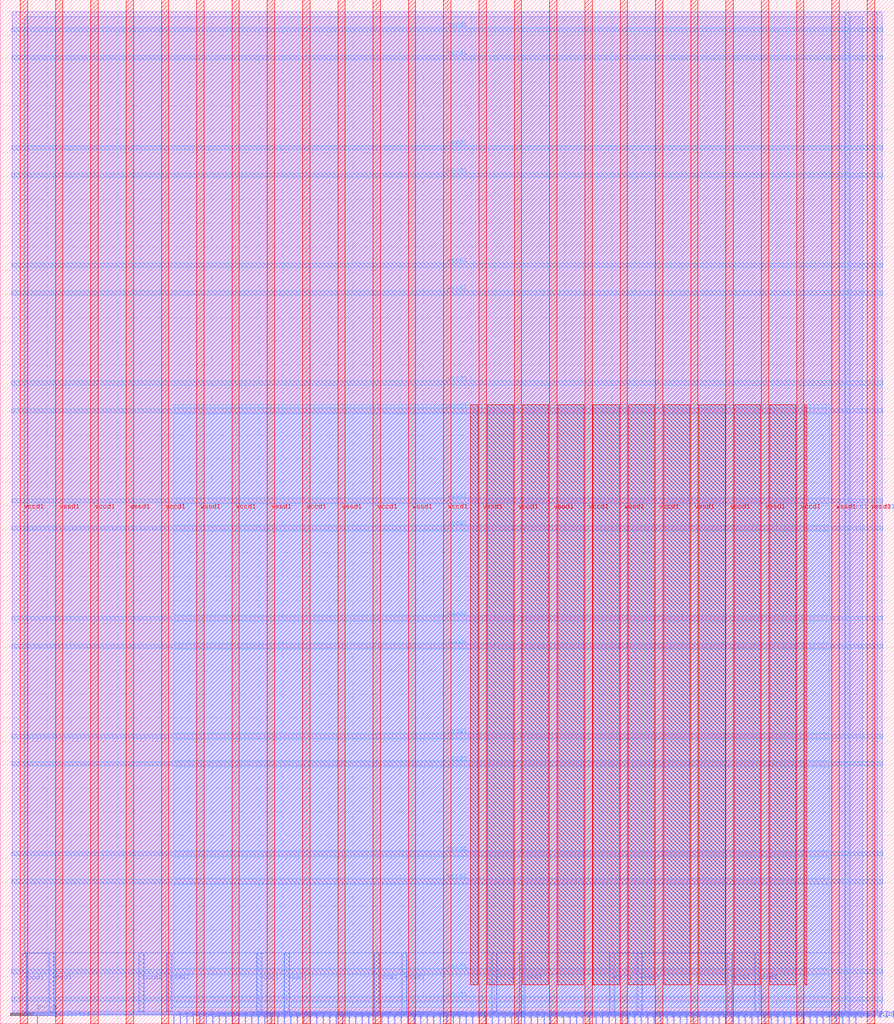
<source format=lef>
VERSION 5.7 ;
  NOWIREEXTENSIONATPIN ON ;
  DIVIDERCHAR "/" ;
  BUSBITCHARS "[]" ;
MACRO wishbone_sram
  CLASS BLOCK ;
  FOREIGN wishbone_sram ;
  ORIGIN 0.000 0.000 ;
  SIZE 380.000 BY 435.000 ;
  PIN sram_selected
    DIRECTION OUTPUT TRISTATE ;
    USE SIGNAL ;
    ANTENNADIFFAREA 2.673000 ;
    PORT
      LAYER met2 ;
        RECT 15.730 0.000 16.010 4.000 ;
    END
  END sram_selected
  PIN vccd1
    DIRECTION INOUT ;
    USE POWER ;
    PORT
      LAYER met2 ;
        RECT 9.180 5.200 10.940 29.720 ;
    END
    PORT
      LAYER met2 ;
        RECT 59.180 5.200 60.940 29.860 ;
    END
    PORT
      LAYER met2 ;
        RECT 109.180 5.200 110.940 29.860 ;
    END
    PORT
      LAYER met2 ;
        RECT 159.180 5.200 160.940 29.860 ;
    END
    PORT
      LAYER met2 ;
        RECT 209.180 5.200 210.940 29.860 ;
    END
    PORT
      LAYER met2 ;
        RECT 259.180 5.200 260.940 29.860 ;
    END
    PORT
      LAYER met2 ;
        RECT 309.180 5.200 310.940 29.860 ;
    END
    PORT
      LAYER met2 ;
        RECT 359.180 5.200 360.940 430.000 ;
    END
    PORT
      LAYER met3 ;
        RECT 4.820 9.560 375.140 11.320 ;
    END
    PORT
      LAYER met3 ;
        RECT 4.820 59.560 375.140 61.320 ;
    END
    PORT
      LAYER met3 ;
        RECT 4.820 109.560 375.140 111.320 ;
    END
    PORT
      LAYER met3 ;
        RECT 4.820 159.560 375.140 161.320 ;
    END
    PORT
      LAYER met3 ;
        RECT 4.820 209.560 375.140 211.320 ;
    END
    PORT
      LAYER met3 ;
        RECT 4.820 259.560 375.140 261.320 ;
    END
    PORT
      LAYER met3 ;
        RECT 4.820 309.560 375.140 311.320 ;
    END
    PORT
      LAYER met3 ;
        RECT 4.820 359.560 375.140 361.320 ;
    END
    PORT
      LAYER met3 ;
        RECT 4.820 409.560 375.140 411.320 ;
    END
    PORT
      LAYER met4 ;
        RECT 8.510 0.000 11.610 435.000 ;
    END
    PORT
      LAYER met4 ;
        RECT 38.510 0.000 41.610 435.000 ;
    END
    PORT
      LAYER met4 ;
        RECT 68.510 0.000 71.610 435.000 ;
    END
    PORT
      LAYER met4 ;
        RECT 98.510 0.000 101.610 435.000 ;
    END
    PORT
      LAYER met4 ;
        RECT 128.510 0.000 131.610 435.000 ;
    END
    PORT
      LAYER met4 ;
        RECT 158.510 0.000 161.610 435.000 ;
    END
    PORT
      LAYER met4 ;
        RECT 188.510 0.000 191.610 435.000 ;
    END
    PORT
      LAYER met4 ;
        RECT 218.510 0.000 221.610 435.000 ;
    END
    PORT
      LAYER met4 ;
        RECT 248.510 0.000 251.610 435.000 ;
    END
    PORT
      LAYER met4 ;
        RECT 278.510 0.000 281.610 435.000 ;
    END
    PORT
      LAYER met4 ;
        RECT 308.510 0.000 311.610 435.000 ;
    END
    PORT
      LAYER met4 ;
        RECT 338.510 0.000 341.610 435.000 ;
    END
    PORT
      LAYER met4 ;
        RECT 368.510 0.000 371.610 435.000 ;
    END
  END vccd1
  PIN vssd1
    DIRECTION INOUT ;
    USE GROUND ;
    PORT
      LAYER met2 ;
        RECT 20.940 5.200 22.700 29.860 ;
    END
    PORT
      LAYER met2 ;
        RECT 70.940 5.200 72.700 29.860 ;
    END
    PORT
      LAYER met2 ;
        RECT 120.940 5.200 122.700 29.860 ;
    END
    PORT
      LAYER met2 ;
        RECT 170.940 5.200 172.700 29.860 ;
    END
    PORT
      LAYER met2 ;
        RECT 220.940 5.200 222.700 29.860 ;
    END
    PORT
      LAYER met2 ;
        RECT 270.940 5.200 272.700 29.720 ;
    END
    PORT
      LAYER met2 ;
        RECT 320.940 5.200 322.700 29.860 ;
    END
    PORT
      LAYER met2 ;
        RECT 370.940 5.200 372.700 430.000 ;
    END
    PORT
      LAYER met3 ;
        RECT 4.820 21.320 375.140 23.080 ;
    END
    PORT
      LAYER met3 ;
        RECT 4.820 71.320 375.140 73.080 ;
    END
    PORT
      LAYER met3 ;
        RECT 4.820 121.320 375.140 123.080 ;
    END
    PORT
      LAYER met3 ;
        RECT 4.820 171.320 375.140 173.080 ;
    END
    PORT
      LAYER met3 ;
        RECT 4.820 221.320 375.140 223.080 ;
    END
    PORT
      LAYER met3 ;
        RECT 4.820 271.320 375.140 273.080 ;
    END
    PORT
      LAYER met3 ;
        RECT 4.820 321.320 375.140 323.080 ;
    END
    PORT
      LAYER met3 ;
        RECT 4.820 371.320 375.140 373.080 ;
    END
    PORT
      LAYER met3 ;
        RECT 4.820 421.320 375.140 423.080 ;
    END
    PORT
      LAYER met4 ;
        RECT 23.510 0.000 26.610 435.000 ;
    END
    PORT
      LAYER met4 ;
        RECT 53.510 0.000 56.610 435.000 ;
    END
    PORT
      LAYER met4 ;
        RECT 83.510 0.000 86.610 435.000 ;
    END
    PORT
      LAYER met4 ;
        RECT 113.510 0.000 116.610 435.000 ;
    END
    PORT
      LAYER met4 ;
        RECT 143.510 0.000 146.610 435.000 ;
    END
    PORT
      LAYER met4 ;
        RECT 173.510 0.000 176.610 435.000 ;
    END
    PORT
      LAYER met4 ;
        RECT 203.510 0.000 206.610 435.000 ;
    END
    PORT
      LAYER met4 ;
        RECT 233.510 0.000 236.610 435.000 ;
    END
    PORT
      LAYER met4 ;
        RECT 263.510 0.000 266.610 435.000 ;
    END
    PORT
      LAYER met4 ;
        RECT 293.510 0.000 296.610 435.000 ;
    END
    PORT
      LAYER met4 ;
        RECT 323.510 0.000 326.610 435.000 ;
    END
    PORT
      LAYER met4 ;
        RECT 353.510 0.000 356.610 435.000 ;
    END
  END vssd1
  PIN wb_clk_i
    DIRECTION INPUT ;
    USE SIGNAL ;
    ANTENNAGATEAREA 0.852000 ;
    PORT
      LAYER met2 ;
        RECT 73.690 0.000 73.970 4.000 ;
    END
  END wb_clk_i
  PIN wb_rst_i
    DIRECTION INPUT ;
    USE SIGNAL ;
    ANTENNAGATEAREA 0.196500 ;
    PORT
      LAYER met2 ;
        RECT 76.450 0.000 76.730 4.000 ;
    END
  END wb_rst_i
  PIN wbs_ack_o
    DIRECTION OUTPUT TRISTATE ;
    USE SIGNAL ;
    ANTENNADIFFAREA 2.673000 ;
    PORT
      LAYER met2 ;
        RECT 79.210 0.000 79.490 4.000 ;
    END
  END wbs_ack_o
  PIN wbs_adr_i[0]
    DIRECTION INPUT ;
    USE SIGNAL ;
    ANTENNAGATEAREA 0.126000 ;
    PORT
      LAYER met2 ;
        RECT 90.250 0.000 90.530 4.000 ;
    END
  END wbs_adr_i[0]
  PIN wbs_adr_i[10]
    DIRECTION INPUT ;
    USE SIGNAL ;
    PORT
      LAYER met2 ;
        RECT 184.090 0.000 184.370 4.000 ;
    END
  END wbs_adr_i[10]
  PIN wbs_adr_i[11]
    DIRECTION INPUT ;
    USE SIGNAL ;
    PORT
      LAYER met2 ;
        RECT 192.370 0.000 192.650 4.000 ;
    END
  END wbs_adr_i[11]
  PIN wbs_adr_i[12]
    DIRECTION INPUT ;
    USE SIGNAL ;
    PORT
      LAYER met2 ;
        RECT 200.650 0.000 200.930 4.000 ;
    END
  END wbs_adr_i[12]
  PIN wbs_adr_i[13]
    DIRECTION INPUT ;
    USE SIGNAL ;
    PORT
      LAYER met2 ;
        RECT 208.930 0.000 209.210 4.000 ;
    END
  END wbs_adr_i[13]
  PIN wbs_adr_i[14]
    DIRECTION INPUT ;
    USE SIGNAL ;
    ANTENNAGATEAREA 0.126000 ;
    PORT
      LAYER met2 ;
        RECT 217.210 0.000 217.490 4.000 ;
    END
  END wbs_adr_i[14]
  PIN wbs_adr_i[15]
    DIRECTION INPUT ;
    USE SIGNAL ;
    ANTENNAGATEAREA 0.196500 ;
    PORT
      LAYER met2 ;
        RECT 225.490 0.000 225.770 4.000 ;
    END
  END wbs_adr_i[15]
  PIN wbs_adr_i[16]
    DIRECTION INPUT ;
    USE SIGNAL ;
    PORT
      LAYER met2 ;
        RECT 233.770 0.000 234.050 4.000 ;
    END
  END wbs_adr_i[16]
  PIN wbs_adr_i[17]
    DIRECTION INPUT ;
    USE SIGNAL ;
    PORT
      LAYER met2 ;
        RECT 242.050 0.000 242.330 4.000 ;
    END
  END wbs_adr_i[17]
  PIN wbs_adr_i[18]
    DIRECTION INPUT ;
    USE SIGNAL ;
    PORT
      LAYER met2 ;
        RECT 250.330 0.000 250.610 4.000 ;
    END
  END wbs_adr_i[18]
  PIN wbs_adr_i[19]
    DIRECTION INPUT ;
    USE SIGNAL ;
    PORT
      LAYER met2 ;
        RECT 258.610 0.000 258.890 4.000 ;
    END
  END wbs_adr_i[19]
  PIN wbs_adr_i[1]
    DIRECTION INPUT ;
    USE SIGNAL ;
    ANTENNAGATEAREA 0.126000 ;
    PORT
      LAYER met2 ;
        RECT 101.290 0.000 101.570 4.000 ;
    END
  END wbs_adr_i[1]
  PIN wbs_adr_i[20]
    DIRECTION INPUT ;
    USE SIGNAL ;
    PORT
      LAYER met2 ;
        RECT 266.890 0.000 267.170 4.000 ;
    END
  END wbs_adr_i[20]
  PIN wbs_adr_i[21]
    DIRECTION INPUT ;
    USE SIGNAL ;
    PORT
      LAYER met2 ;
        RECT 275.170 0.000 275.450 4.000 ;
    END
  END wbs_adr_i[21]
  PIN wbs_adr_i[22]
    DIRECTION INPUT ;
    USE SIGNAL ;
    PORT
      LAYER met2 ;
        RECT 283.450 0.000 283.730 4.000 ;
    END
  END wbs_adr_i[22]
  PIN wbs_adr_i[23]
    DIRECTION INPUT ;
    USE SIGNAL ;
    PORT
      LAYER met2 ;
        RECT 291.730 0.000 292.010 4.000 ;
    END
  END wbs_adr_i[23]
  PIN wbs_adr_i[24]
    DIRECTION INPUT ;
    USE SIGNAL ;
    PORT
      LAYER met2 ;
        RECT 300.010 0.000 300.290 4.000 ;
    END
  END wbs_adr_i[24]
  PIN wbs_adr_i[25]
    DIRECTION INPUT ;
    USE SIGNAL ;
    PORT
      LAYER met2 ;
        RECT 308.290 0.000 308.570 4.000 ;
    END
  END wbs_adr_i[25]
  PIN wbs_adr_i[26]
    DIRECTION INPUT ;
    USE SIGNAL ;
    PORT
      LAYER met2 ;
        RECT 316.570 0.000 316.850 4.000 ;
    END
  END wbs_adr_i[26]
  PIN wbs_adr_i[27]
    DIRECTION INPUT ;
    USE SIGNAL ;
    PORT
      LAYER met2 ;
        RECT 324.850 0.000 325.130 4.000 ;
    END
  END wbs_adr_i[27]
  PIN wbs_adr_i[28]
    DIRECTION INPUT ;
    USE SIGNAL ;
    PORT
      LAYER met2 ;
        RECT 333.130 0.000 333.410 4.000 ;
    END
  END wbs_adr_i[28]
  PIN wbs_adr_i[29]
    DIRECTION INPUT ;
    USE SIGNAL ;
    PORT
      LAYER met2 ;
        RECT 341.410 0.000 341.690 4.000 ;
    END
  END wbs_adr_i[29]
  PIN wbs_adr_i[2]
    DIRECTION INPUT ;
    USE SIGNAL ;
    ANTENNAGATEAREA 0.126000 ;
    PORT
      LAYER met2 ;
        RECT 112.330 0.000 112.610 4.000 ;
    END
  END wbs_adr_i[2]
  PIN wbs_adr_i[30]
    DIRECTION INPUT ;
    USE SIGNAL ;
    PORT
      LAYER met2 ;
        RECT 349.690 0.000 349.970 4.000 ;
    END
  END wbs_adr_i[30]
  PIN wbs_adr_i[31]
    DIRECTION INPUT ;
    USE SIGNAL ;
    PORT
      LAYER met2 ;
        RECT 357.970 0.000 358.250 4.000 ;
    END
  END wbs_adr_i[31]
  PIN wbs_adr_i[3]
    DIRECTION INPUT ;
    USE SIGNAL ;
    ANTENNAGATEAREA 0.126000 ;
    PORT
      LAYER met2 ;
        RECT 123.370 0.000 123.650 4.000 ;
    END
  END wbs_adr_i[3]
  PIN wbs_adr_i[4]
    DIRECTION INPUT ;
    USE SIGNAL ;
    ANTENNAGATEAREA 0.126000 ;
    PORT
      LAYER met2 ;
        RECT 134.410 0.000 134.690 4.000 ;
    END
  END wbs_adr_i[4]
  PIN wbs_adr_i[5]
    DIRECTION INPUT ;
    USE SIGNAL ;
    ANTENNAGATEAREA 0.126000 ;
    PORT
      LAYER met2 ;
        RECT 142.690 0.000 142.970 4.000 ;
    END
  END wbs_adr_i[5]
  PIN wbs_adr_i[6]
    DIRECTION INPUT ;
    USE SIGNAL ;
    ANTENNAGATEAREA 0.126000 ;
    PORT
      LAYER met2 ;
        RECT 150.970 0.000 151.250 4.000 ;
    END
  END wbs_adr_i[6]
  PIN wbs_adr_i[7]
    DIRECTION INPUT ;
    USE SIGNAL ;
    ANTENNAGATEAREA 0.126000 ;
    PORT
      LAYER met2 ;
        RECT 159.250 0.000 159.530 4.000 ;
    END
  END wbs_adr_i[7]
  PIN wbs_adr_i[8]
    DIRECTION INPUT ;
    USE SIGNAL ;
    ANTENNAGATEAREA 0.126000 ;
    PORT
      LAYER met2 ;
        RECT 167.530 0.000 167.810 4.000 ;
    END
  END wbs_adr_i[8]
  PIN wbs_adr_i[9]
    DIRECTION INPUT ;
    USE SIGNAL ;
    ANTENNAGATEAREA 0.126000 ;
    PORT
      LAYER met2 ;
        RECT 175.810 0.000 176.090 4.000 ;
    END
  END wbs_adr_i[9]
  PIN wbs_cyc_i
    DIRECTION INPUT ;
    USE SIGNAL ;
    ANTENNAGATEAREA 0.196500 ;
    PORT
      LAYER met2 ;
        RECT 81.970 0.000 82.250 4.000 ;
    END
  END wbs_cyc_i
  PIN wbs_dat_i[0]
    DIRECTION INPUT ;
    USE SIGNAL ;
    ANTENNAGATEAREA 0.126000 ;
    PORT
      LAYER met2 ;
        RECT 93.010 0.000 93.290 4.000 ;
    END
  END wbs_dat_i[0]
  PIN wbs_dat_i[10]
    DIRECTION INPUT ;
    USE SIGNAL ;
    ANTENNAGATEAREA 0.126000 ;
    PORT
      LAYER met2 ;
        RECT 186.850 0.000 187.130 4.000 ;
    END
  END wbs_dat_i[10]
  PIN wbs_dat_i[11]
    DIRECTION INPUT ;
    USE SIGNAL ;
    ANTENNAGATEAREA 0.126000 ;
    PORT
      LAYER met2 ;
        RECT 195.130 0.000 195.410 4.000 ;
    END
  END wbs_dat_i[11]
  PIN wbs_dat_i[12]
    DIRECTION INPUT ;
    USE SIGNAL ;
    ANTENNAGATEAREA 0.126000 ;
    PORT
      LAYER met2 ;
        RECT 203.410 0.000 203.690 4.000 ;
    END
  END wbs_dat_i[12]
  PIN wbs_dat_i[13]
    DIRECTION INPUT ;
    USE SIGNAL ;
    ANTENNAGATEAREA 0.126000 ;
    PORT
      LAYER met2 ;
        RECT 211.690 0.000 211.970 4.000 ;
    END
  END wbs_dat_i[13]
  PIN wbs_dat_i[14]
    DIRECTION INPUT ;
    USE SIGNAL ;
    ANTENNAGATEAREA 0.126000 ;
    PORT
      LAYER met2 ;
        RECT 219.970 0.000 220.250 4.000 ;
    END
  END wbs_dat_i[14]
  PIN wbs_dat_i[15]
    DIRECTION INPUT ;
    USE SIGNAL ;
    ANTENNAGATEAREA 0.126000 ;
    PORT
      LAYER met2 ;
        RECT 228.250 0.000 228.530 4.000 ;
    END
  END wbs_dat_i[15]
  PIN wbs_dat_i[16]
    DIRECTION INPUT ;
    USE SIGNAL ;
    ANTENNAGATEAREA 0.126000 ;
    PORT
      LAYER met2 ;
        RECT 236.530 0.000 236.810 4.000 ;
    END
  END wbs_dat_i[16]
  PIN wbs_dat_i[17]
    DIRECTION INPUT ;
    USE SIGNAL ;
    ANTENNAGATEAREA 0.126000 ;
    PORT
      LAYER met2 ;
        RECT 244.810 0.000 245.090 4.000 ;
    END
  END wbs_dat_i[17]
  PIN wbs_dat_i[18]
    DIRECTION INPUT ;
    USE SIGNAL ;
    ANTENNAGATEAREA 0.126000 ;
    PORT
      LAYER met2 ;
        RECT 253.090 0.000 253.370 4.000 ;
    END
  END wbs_dat_i[18]
  PIN wbs_dat_i[19]
    DIRECTION INPUT ;
    USE SIGNAL ;
    ANTENNAGATEAREA 0.126000 ;
    PORT
      LAYER met2 ;
        RECT 261.370 0.000 261.650 4.000 ;
    END
  END wbs_dat_i[19]
  PIN wbs_dat_i[1]
    DIRECTION INPUT ;
    USE SIGNAL ;
    ANTENNAGATEAREA 0.126000 ;
    PORT
      LAYER met2 ;
        RECT 104.050 0.000 104.330 4.000 ;
    END
  END wbs_dat_i[1]
  PIN wbs_dat_i[20]
    DIRECTION INPUT ;
    USE SIGNAL ;
    ANTENNAGATEAREA 0.126000 ;
    PORT
      LAYER met2 ;
        RECT 269.650 0.000 269.930 4.000 ;
    END
  END wbs_dat_i[20]
  PIN wbs_dat_i[21]
    DIRECTION INPUT ;
    USE SIGNAL ;
    ANTENNAGATEAREA 0.126000 ;
    PORT
      LAYER met2 ;
        RECT 277.930 0.000 278.210 4.000 ;
    END
  END wbs_dat_i[21]
  PIN wbs_dat_i[22]
    DIRECTION INPUT ;
    USE SIGNAL ;
    ANTENNAGATEAREA 0.126000 ;
    PORT
      LAYER met2 ;
        RECT 286.210 0.000 286.490 4.000 ;
    END
  END wbs_dat_i[22]
  PIN wbs_dat_i[23]
    DIRECTION INPUT ;
    USE SIGNAL ;
    ANTENNAGATEAREA 0.126000 ;
    PORT
      LAYER met2 ;
        RECT 294.490 0.000 294.770 4.000 ;
    END
  END wbs_dat_i[23]
  PIN wbs_dat_i[24]
    DIRECTION INPUT ;
    USE SIGNAL ;
    ANTENNAGATEAREA 0.126000 ;
    PORT
      LAYER met2 ;
        RECT 302.770 0.000 303.050 4.000 ;
    END
  END wbs_dat_i[24]
  PIN wbs_dat_i[25]
    DIRECTION INPUT ;
    USE SIGNAL ;
    ANTENNAGATEAREA 0.126000 ;
    PORT
      LAYER met2 ;
        RECT 311.050 0.000 311.330 4.000 ;
    END
  END wbs_dat_i[25]
  PIN wbs_dat_i[26]
    DIRECTION INPUT ;
    USE SIGNAL ;
    ANTENNAGATEAREA 0.126000 ;
    PORT
      LAYER met2 ;
        RECT 319.330 0.000 319.610 4.000 ;
    END
  END wbs_dat_i[26]
  PIN wbs_dat_i[27]
    DIRECTION INPUT ;
    USE SIGNAL ;
    ANTENNAGATEAREA 0.126000 ;
    PORT
      LAYER met2 ;
        RECT 327.610 0.000 327.890 4.000 ;
    END
  END wbs_dat_i[27]
  PIN wbs_dat_i[28]
    DIRECTION INPUT ;
    USE SIGNAL ;
    ANTENNAGATEAREA 0.126000 ;
    PORT
      LAYER met2 ;
        RECT 335.890 0.000 336.170 4.000 ;
    END
  END wbs_dat_i[28]
  PIN wbs_dat_i[29]
    DIRECTION INPUT ;
    USE SIGNAL ;
    ANTENNAGATEAREA 0.126000 ;
    PORT
      LAYER met2 ;
        RECT 344.170 0.000 344.450 4.000 ;
    END
  END wbs_dat_i[29]
  PIN wbs_dat_i[2]
    DIRECTION INPUT ;
    USE SIGNAL ;
    ANTENNAGATEAREA 0.126000 ;
    PORT
      LAYER met2 ;
        RECT 115.090 0.000 115.370 4.000 ;
    END
  END wbs_dat_i[2]
  PIN wbs_dat_i[30]
    DIRECTION INPUT ;
    USE SIGNAL ;
    ANTENNAGATEAREA 0.126000 ;
    PORT
      LAYER met2 ;
        RECT 352.450 0.000 352.730 4.000 ;
    END
  END wbs_dat_i[30]
  PIN wbs_dat_i[31]
    DIRECTION INPUT ;
    USE SIGNAL ;
    ANTENNAGATEAREA 0.126000 ;
    PORT
      LAYER met2 ;
        RECT 360.730 0.000 361.010 4.000 ;
    END
  END wbs_dat_i[31]
  PIN wbs_dat_i[3]
    DIRECTION INPUT ;
    USE SIGNAL ;
    ANTENNAGATEAREA 0.126000 ;
    PORT
      LAYER met2 ;
        RECT 126.130 0.000 126.410 4.000 ;
    END
  END wbs_dat_i[3]
  PIN wbs_dat_i[4]
    DIRECTION INPUT ;
    USE SIGNAL ;
    ANTENNAGATEAREA 0.126000 ;
    PORT
      LAYER met2 ;
        RECT 137.170 0.000 137.450 4.000 ;
    END
  END wbs_dat_i[4]
  PIN wbs_dat_i[5]
    DIRECTION INPUT ;
    USE SIGNAL ;
    ANTENNAGATEAREA 0.126000 ;
    PORT
      LAYER met2 ;
        RECT 145.450 0.000 145.730 4.000 ;
    END
  END wbs_dat_i[5]
  PIN wbs_dat_i[6]
    DIRECTION INPUT ;
    USE SIGNAL ;
    ANTENNAGATEAREA 0.126000 ;
    PORT
      LAYER met2 ;
        RECT 153.730 0.000 154.010 4.000 ;
    END
  END wbs_dat_i[6]
  PIN wbs_dat_i[7]
    DIRECTION INPUT ;
    USE SIGNAL ;
    ANTENNAGATEAREA 0.126000 ;
    PORT
      LAYER met2 ;
        RECT 162.010 0.000 162.290 4.000 ;
    END
  END wbs_dat_i[7]
  PIN wbs_dat_i[8]
    DIRECTION INPUT ;
    USE SIGNAL ;
    ANTENNAGATEAREA 0.126000 ;
    PORT
      LAYER met2 ;
        RECT 170.290 0.000 170.570 4.000 ;
    END
  END wbs_dat_i[8]
  PIN wbs_dat_i[9]
    DIRECTION INPUT ;
    USE SIGNAL ;
    ANTENNAGATEAREA 0.126000 ;
    PORT
      LAYER met2 ;
        RECT 178.570 0.000 178.850 4.000 ;
    END
  END wbs_dat_i[9]
  PIN wbs_dat_o[0]
    DIRECTION OUTPUT TRISTATE ;
    USE SIGNAL ;
    ANTENNADIFFAREA 2.673000 ;
    PORT
      LAYER met2 ;
        RECT 95.770 0.000 96.050 4.000 ;
    END
  END wbs_dat_o[0]
  PIN wbs_dat_o[10]
    DIRECTION OUTPUT TRISTATE ;
    USE SIGNAL ;
    ANTENNADIFFAREA 2.673000 ;
    PORT
      LAYER met2 ;
        RECT 189.610 0.000 189.890 4.000 ;
    END
  END wbs_dat_o[10]
  PIN wbs_dat_o[11]
    DIRECTION OUTPUT TRISTATE ;
    USE SIGNAL ;
    ANTENNADIFFAREA 2.673000 ;
    PORT
      LAYER met2 ;
        RECT 197.890 0.000 198.170 4.000 ;
    END
  END wbs_dat_o[11]
  PIN wbs_dat_o[12]
    DIRECTION OUTPUT TRISTATE ;
    USE SIGNAL ;
    ANTENNADIFFAREA 2.673000 ;
    PORT
      LAYER met2 ;
        RECT 206.170 0.000 206.450 4.000 ;
    END
  END wbs_dat_o[12]
  PIN wbs_dat_o[13]
    DIRECTION OUTPUT TRISTATE ;
    USE SIGNAL ;
    ANTENNADIFFAREA 2.673000 ;
    PORT
      LAYER met2 ;
        RECT 214.450 0.000 214.730 4.000 ;
    END
  END wbs_dat_o[13]
  PIN wbs_dat_o[14]
    DIRECTION OUTPUT TRISTATE ;
    USE SIGNAL ;
    ANTENNADIFFAREA 2.673000 ;
    PORT
      LAYER met2 ;
        RECT 222.730 0.000 223.010 4.000 ;
    END
  END wbs_dat_o[14]
  PIN wbs_dat_o[15]
    DIRECTION OUTPUT TRISTATE ;
    USE SIGNAL ;
    ANTENNADIFFAREA 2.673000 ;
    PORT
      LAYER met2 ;
        RECT 231.010 0.000 231.290 4.000 ;
    END
  END wbs_dat_o[15]
  PIN wbs_dat_o[16]
    DIRECTION OUTPUT TRISTATE ;
    USE SIGNAL ;
    ANTENNADIFFAREA 2.673000 ;
    PORT
      LAYER met2 ;
        RECT 239.290 0.000 239.570 4.000 ;
    END
  END wbs_dat_o[16]
  PIN wbs_dat_o[17]
    DIRECTION OUTPUT TRISTATE ;
    USE SIGNAL ;
    ANTENNADIFFAREA 2.673000 ;
    PORT
      LAYER met2 ;
        RECT 247.570 0.000 247.850 4.000 ;
    END
  END wbs_dat_o[17]
  PIN wbs_dat_o[18]
    DIRECTION OUTPUT TRISTATE ;
    USE SIGNAL ;
    ANTENNADIFFAREA 2.673000 ;
    PORT
      LAYER met2 ;
        RECT 255.850 0.000 256.130 4.000 ;
    END
  END wbs_dat_o[18]
  PIN wbs_dat_o[19]
    DIRECTION OUTPUT TRISTATE ;
    USE SIGNAL ;
    ANTENNADIFFAREA 2.673000 ;
    PORT
      LAYER met2 ;
        RECT 264.130 0.000 264.410 4.000 ;
    END
  END wbs_dat_o[19]
  PIN wbs_dat_o[1]
    DIRECTION OUTPUT TRISTATE ;
    USE SIGNAL ;
    ANTENNADIFFAREA 2.673000 ;
    PORT
      LAYER met2 ;
        RECT 106.810 0.000 107.090 4.000 ;
    END
  END wbs_dat_o[1]
  PIN wbs_dat_o[20]
    DIRECTION OUTPUT TRISTATE ;
    USE SIGNAL ;
    ANTENNADIFFAREA 2.673000 ;
    PORT
      LAYER met2 ;
        RECT 272.410 0.000 272.690 4.000 ;
    END
  END wbs_dat_o[20]
  PIN wbs_dat_o[21]
    DIRECTION OUTPUT TRISTATE ;
    USE SIGNAL ;
    ANTENNADIFFAREA 2.673000 ;
    PORT
      LAYER met2 ;
        RECT 280.690 0.000 280.970 4.000 ;
    END
  END wbs_dat_o[21]
  PIN wbs_dat_o[22]
    DIRECTION OUTPUT TRISTATE ;
    USE SIGNAL ;
    ANTENNADIFFAREA 2.673000 ;
    PORT
      LAYER met2 ;
        RECT 288.970 0.000 289.250 4.000 ;
    END
  END wbs_dat_o[22]
  PIN wbs_dat_o[23]
    DIRECTION OUTPUT TRISTATE ;
    USE SIGNAL ;
    ANTENNADIFFAREA 2.673000 ;
    PORT
      LAYER met2 ;
        RECT 297.250 0.000 297.530 4.000 ;
    END
  END wbs_dat_o[23]
  PIN wbs_dat_o[24]
    DIRECTION OUTPUT TRISTATE ;
    USE SIGNAL ;
    ANTENNADIFFAREA 2.673000 ;
    PORT
      LAYER met2 ;
        RECT 305.530 0.000 305.810 4.000 ;
    END
  END wbs_dat_o[24]
  PIN wbs_dat_o[25]
    DIRECTION OUTPUT TRISTATE ;
    USE SIGNAL ;
    ANTENNADIFFAREA 2.673000 ;
    PORT
      LAYER met2 ;
        RECT 313.810 0.000 314.090 4.000 ;
    END
  END wbs_dat_o[25]
  PIN wbs_dat_o[26]
    DIRECTION OUTPUT TRISTATE ;
    USE SIGNAL ;
    ANTENNADIFFAREA 2.673000 ;
    PORT
      LAYER met2 ;
        RECT 322.090 0.000 322.370 4.000 ;
    END
  END wbs_dat_o[26]
  PIN wbs_dat_o[27]
    DIRECTION OUTPUT TRISTATE ;
    USE SIGNAL ;
    ANTENNADIFFAREA 2.673000 ;
    PORT
      LAYER met2 ;
        RECT 330.370 0.000 330.650 4.000 ;
    END
  END wbs_dat_o[27]
  PIN wbs_dat_o[28]
    DIRECTION OUTPUT TRISTATE ;
    USE SIGNAL ;
    ANTENNADIFFAREA 2.673000 ;
    PORT
      LAYER met2 ;
        RECT 338.650 0.000 338.930 4.000 ;
    END
  END wbs_dat_o[28]
  PIN wbs_dat_o[29]
    DIRECTION OUTPUT TRISTATE ;
    USE SIGNAL ;
    ANTENNADIFFAREA 2.673000 ;
    PORT
      LAYER met2 ;
        RECT 346.930 0.000 347.210 4.000 ;
    END
  END wbs_dat_o[29]
  PIN wbs_dat_o[2]
    DIRECTION OUTPUT TRISTATE ;
    USE SIGNAL ;
    ANTENNADIFFAREA 2.673000 ;
    PORT
      LAYER met2 ;
        RECT 117.850 0.000 118.130 4.000 ;
    END
  END wbs_dat_o[2]
  PIN wbs_dat_o[30]
    DIRECTION OUTPUT TRISTATE ;
    USE SIGNAL ;
    ANTENNADIFFAREA 2.673000 ;
    PORT
      LAYER met2 ;
        RECT 355.210 0.000 355.490 4.000 ;
    END
  END wbs_dat_o[30]
  PIN wbs_dat_o[31]
    DIRECTION OUTPUT TRISTATE ;
    USE SIGNAL ;
    ANTENNADIFFAREA 2.673000 ;
    PORT
      LAYER met2 ;
        RECT 363.490 0.000 363.770 4.000 ;
    END
  END wbs_dat_o[31]
  PIN wbs_dat_o[3]
    DIRECTION OUTPUT TRISTATE ;
    USE SIGNAL ;
    ANTENNADIFFAREA 2.673000 ;
    PORT
      LAYER met2 ;
        RECT 128.890 0.000 129.170 4.000 ;
    END
  END wbs_dat_o[3]
  PIN wbs_dat_o[4]
    DIRECTION OUTPUT TRISTATE ;
    USE SIGNAL ;
    ANTENNADIFFAREA 2.673000 ;
    PORT
      LAYER met2 ;
        RECT 139.930 0.000 140.210 4.000 ;
    END
  END wbs_dat_o[4]
  PIN wbs_dat_o[5]
    DIRECTION OUTPUT TRISTATE ;
    USE SIGNAL ;
    ANTENNADIFFAREA 2.673000 ;
    PORT
      LAYER met2 ;
        RECT 148.210 0.000 148.490 4.000 ;
    END
  END wbs_dat_o[5]
  PIN wbs_dat_o[6]
    DIRECTION OUTPUT TRISTATE ;
    USE SIGNAL ;
    ANTENNADIFFAREA 2.673000 ;
    PORT
      LAYER met2 ;
        RECT 156.490 0.000 156.770 4.000 ;
    END
  END wbs_dat_o[6]
  PIN wbs_dat_o[7]
    DIRECTION OUTPUT TRISTATE ;
    USE SIGNAL ;
    ANTENNADIFFAREA 2.673000 ;
    PORT
      LAYER met2 ;
        RECT 164.770 0.000 165.050 4.000 ;
    END
  END wbs_dat_o[7]
  PIN wbs_dat_o[8]
    DIRECTION OUTPUT TRISTATE ;
    USE SIGNAL ;
    ANTENNADIFFAREA 2.673000 ;
    PORT
      LAYER met2 ;
        RECT 173.050 0.000 173.330 4.000 ;
    END
  END wbs_dat_o[8]
  PIN wbs_dat_o[9]
    DIRECTION OUTPUT TRISTATE ;
    USE SIGNAL ;
    ANTENNADIFFAREA 2.673000 ;
    PORT
      LAYER met2 ;
        RECT 181.330 0.000 181.610 4.000 ;
    END
  END wbs_dat_o[9]
  PIN wbs_sel_i[0]
    DIRECTION INPUT ;
    USE SIGNAL ;
    ANTENNAGATEAREA 0.126000 ;
    PORT
      LAYER met2 ;
        RECT 98.530 0.000 98.810 4.000 ;
    END
  END wbs_sel_i[0]
  PIN wbs_sel_i[1]
    DIRECTION INPUT ;
    USE SIGNAL ;
    ANTENNAGATEAREA 0.126000 ;
    PORT
      LAYER met2 ;
        RECT 109.570 0.000 109.850 4.000 ;
    END
  END wbs_sel_i[1]
  PIN wbs_sel_i[2]
    DIRECTION INPUT ;
    USE SIGNAL ;
    ANTENNAGATEAREA 0.126000 ;
    PORT
      LAYER met2 ;
        RECT 120.610 0.000 120.890 4.000 ;
    END
  END wbs_sel_i[2]
  PIN wbs_sel_i[3]
    DIRECTION INPUT ;
    USE SIGNAL ;
    ANTENNAGATEAREA 0.126000 ;
    PORT
      LAYER met2 ;
        RECT 131.650 0.000 131.930 4.000 ;
    END
  END wbs_sel_i[3]
  PIN wbs_stb_i
    DIRECTION INPUT ;
    USE SIGNAL ;
    ANTENNAGATEAREA 0.196500 ;
    PORT
      LAYER met2 ;
        RECT 84.730 0.000 85.010 4.000 ;
    END
  END wbs_stb_i
  PIN wbs_we_i
    DIRECTION INPUT ;
    USE SIGNAL ;
    ANTENNAGATEAREA 0.126000 ;
    PORT
      LAYER met2 ;
        RECT 87.490 0.000 87.770 4.000 ;
    END
  END wbs_we_i
  OBS
      LAYER li1 ;
        RECT 5.060 5.355 374.900 429.845 ;
      LAYER met1 ;
        RECT 5.060 4.120 374.900 430.000 ;
      LAYER met2 ;
        RECT 10.100 30.140 358.900 427.870 ;
        RECT 10.100 30.000 20.660 30.140 ;
        RECT 11.220 4.920 20.660 30.000 ;
        RECT 22.980 4.920 58.900 30.140 ;
        RECT 61.220 4.920 70.660 30.140 ;
        RECT 72.980 4.920 108.900 30.140 ;
        RECT 111.220 4.920 120.660 30.140 ;
        RECT 122.980 4.920 158.900 30.140 ;
        RECT 161.220 4.920 170.660 30.140 ;
        RECT 172.980 4.920 208.900 30.140 ;
        RECT 211.220 4.920 220.660 30.140 ;
        RECT 222.980 4.920 258.900 30.140 ;
        RECT 261.220 30.000 308.900 30.140 ;
        RECT 261.220 4.920 270.660 30.000 ;
        RECT 272.980 4.920 308.900 30.000 ;
        RECT 311.220 4.920 320.660 30.140 ;
        RECT 322.980 4.920 358.900 30.140 ;
        RECT 361.220 4.920 366.520 427.870 ;
        RECT 10.100 4.280 366.520 4.920 ;
        RECT 10.100 3.670 15.450 4.280 ;
        RECT 16.290 3.670 73.410 4.280 ;
        RECT 74.250 3.670 76.170 4.280 ;
        RECT 77.010 3.670 78.930 4.280 ;
        RECT 79.770 3.670 81.690 4.280 ;
        RECT 82.530 3.670 84.450 4.280 ;
        RECT 85.290 3.670 87.210 4.280 ;
        RECT 88.050 3.670 89.970 4.280 ;
        RECT 90.810 3.670 92.730 4.280 ;
        RECT 93.570 3.670 95.490 4.280 ;
        RECT 96.330 3.670 98.250 4.280 ;
        RECT 99.090 3.670 101.010 4.280 ;
        RECT 101.850 3.670 103.770 4.280 ;
        RECT 104.610 3.670 106.530 4.280 ;
        RECT 107.370 3.670 109.290 4.280 ;
        RECT 110.130 3.670 112.050 4.280 ;
        RECT 112.890 3.670 114.810 4.280 ;
        RECT 115.650 3.670 117.570 4.280 ;
        RECT 118.410 3.670 120.330 4.280 ;
        RECT 121.170 3.670 123.090 4.280 ;
        RECT 123.930 3.670 125.850 4.280 ;
        RECT 126.690 3.670 128.610 4.280 ;
        RECT 129.450 3.670 131.370 4.280 ;
        RECT 132.210 3.670 134.130 4.280 ;
        RECT 134.970 3.670 136.890 4.280 ;
        RECT 137.730 3.670 139.650 4.280 ;
        RECT 140.490 3.670 142.410 4.280 ;
        RECT 143.250 3.670 145.170 4.280 ;
        RECT 146.010 3.670 147.930 4.280 ;
        RECT 148.770 3.670 150.690 4.280 ;
        RECT 151.530 3.670 153.450 4.280 ;
        RECT 154.290 3.670 156.210 4.280 ;
        RECT 157.050 3.670 158.970 4.280 ;
        RECT 159.810 3.670 161.730 4.280 ;
        RECT 162.570 3.670 164.490 4.280 ;
        RECT 165.330 3.670 167.250 4.280 ;
        RECT 168.090 3.670 170.010 4.280 ;
        RECT 170.850 3.670 172.770 4.280 ;
        RECT 173.610 3.670 175.530 4.280 ;
        RECT 176.370 3.670 178.290 4.280 ;
        RECT 179.130 3.670 181.050 4.280 ;
        RECT 181.890 3.670 183.810 4.280 ;
        RECT 184.650 3.670 186.570 4.280 ;
        RECT 187.410 3.670 189.330 4.280 ;
        RECT 190.170 3.670 192.090 4.280 ;
        RECT 192.930 3.670 194.850 4.280 ;
        RECT 195.690 3.670 197.610 4.280 ;
        RECT 198.450 3.670 200.370 4.280 ;
        RECT 201.210 3.670 203.130 4.280 ;
        RECT 203.970 3.670 205.890 4.280 ;
        RECT 206.730 3.670 208.650 4.280 ;
        RECT 209.490 3.670 211.410 4.280 ;
        RECT 212.250 3.670 214.170 4.280 ;
        RECT 215.010 3.670 216.930 4.280 ;
        RECT 217.770 3.670 219.690 4.280 ;
        RECT 220.530 3.670 222.450 4.280 ;
        RECT 223.290 3.670 225.210 4.280 ;
        RECT 226.050 3.670 227.970 4.280 ;
        RECT 228.810 3.670 230.730 4.280 ;
        RECT 231.570 3.670 233.490 4.280 ;
        RECT 234.330 3.670 236.250 4.280 ;
        RECT 237.090 3.670 239.010 4.280 ;
        RECT 239.850 3.670 241.770 4.280 ;
        RECT 242.610 3.670 244.530 4.280 ;
        RECT 245.370 3.670 247.290 4.280 ;
        RECT 248.130 3.670 250.050 4.280 ;
        RECT 250.890 3.670 252.810 4.280 ;
        RECT 253.650 3.670 255.570 4.280 ;
        RECT 256.410 3.670 258.330 4.280 ;
        RECT 259.170 3.670 261.090 4.280 ;
        RECT 261.930 3.670 263.850 4.280 ;
        RECT 264.690 3.670 266.610 4.280 ;
        RECT 267.450 3.670 269.370 4.280 ;
        RECT 270.210 3.670 272.130 4.280 ;
        RECT 272.970 3.670 274.890 4.280 ;
        RECT 275.730 3.670 277.650 4.280 ;
        RECT 278.490 3.670 280.410 4.280 ;
        RECT 281.250 3.670 283.170 4.280 ;
        RECT 284.010 3.670 285.930 4.280 ;
        RECT 286.770 3.670 288.690 4.280 ;
        RECT 289.530 3.670 291.450 4.280 ;
        RECT 292.290 3.670 294.210 4.280 ;
        RECT 295.050 3.670 296.970 4.280 ;
        RECT 297.810 3.670 299.730 4.280 ;
        RECT 300.570 3.670 302.490 4.280 ;
        RECT 303.330 3.670 305.250 4.280 ;
        RECT 306.090 3.670 308.010 4.280 ;
        RECT 308.850 3.670 310.770 4.280 ;
        RECT 311.610 3.670 313.530 4.280 ;
        RECT 314.370 3.670 316.290 4.280 ;
        RECT 317.130 3.670 319.050 4.280 ;
        RECT 319.890 3.670 321.810 4.280 ;
        RECT 322.650 3.670 324.570 4.280 ;
        RECT 325.410 3.670 327.330 4.280 ;
        RECT 328.170 3.670 330.090 4.280 ;
        RECT 330.930 3.670 332.850 4.280 ;
        RECT 333.690 3.670 335.610 4.280 ;
        RECT 336.450 3.670 338.370 4.280 ;
        RECT 339.210 3.670 341.130 4.280 ;
        RECT 341.970 3.670 343.890 4.280 ;
        RECT 344.730 3.670 346.650 4.280 ;
        RECT 347.490 3.670 349.410 4.280 ;
        RECT 350.250 3.670 352.170 4.280 ;
        RECT 353.010 3.670 354.930 4.280 ;
        RECT 355.770 3.670 357.690 4.280 ;
        RECT 358.530 3.670 360.450 4.280 ;
        RECT 361.290 3.670 363.210 4.280 ;
        RECT 364.050 3.670 366.520 4.280 ;
      LAYER met3 ;
        RECT 73.665 261.720 352.295 262.985 ;
        RECT 73.665 223.480 352.295 259.160 ;
        RECT 73.665 211.720 352.295 220.920 ;
        RECT 73.665 173.480 352.295 209.160 ;
        RECT 73.665 161.720 352.295 170.920 ;
        RECT 73.665 123.480 352.295 159.160 ;
        RECT 73.665 111.720 352.295 120.920 ;
        RECT 73.665 73.480 352.295 109.160 ;
        RECT 73.665 61.720 352.295 70.920 ;
        RECT 73.665 23.480 352.295 59.160 ;
        RECT 73.665 11.720 352.295 20.920 ;
        RECT 73.665 6.975 352.295 9.160 ;
      LAYER met4 ;
        RECT 199.935 16.495 203.110 262.985 ;
        RECT 207.010 16.495 218.110 262.985 ;
        RECT 222.010 16.495 233.110 262.985 ;
        RECT 237.010 16.495 248.110 262.985 ;
        RECT 252.010 16.495 263.110 262.985 ;
        RECT 267.010 16.495 278.110 262.985 ;
        RECT 282.010 16.495 293.110 262.985 ;
        RECT 297.010 16.495 308.110 262.985 ;
        RECT 312.010 16.495 323.110 262.985 ;
        RECT 327.010 16.495 338.110 262.985 ;
        RECT 342.010 16.495 342.865 262.985 ;
  END
END wishbone_sram
END LIBRARY


</source>
